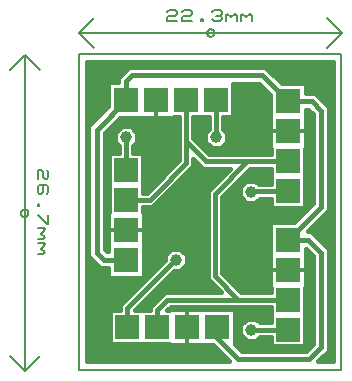
<source format=gbr>
G04 PROTEUS GERBER X2 FILE*
%TF.GenerationSoftware,Labcenter,Proteus,8.12-SP2-Build31155*%
%TF.CreationDate,2022-11-29T14:37:22+00:00*%
%TF.FileFunction,Copper,L2,Bot*%
%TF.FilePolarity,Positive*%
%TF.Part,Single*%
%TF.SameCoordinates,{cdb8bdd9-3100-4a82-a298-9d7ddda5625f}*%
%FSLAX45Y45*%
%MOMM*%
G01*
%TA.AperFunction,Conductor*%
%ADD10C,0.400000*%
%TA.AperFunction,ViaPad*%
%ADD11C,1.000000*%
%TA.AperFunction,Conductor*%
%ADD12C,0.304800*%
%TA.AperFunction,ComponentPad*%
%ADD13R,2.032000X2.032000*%
%TA.AperFunction,NonMaterial*%
%ADD14C,0.203200*%
%TA.AperFunction,Profile*%
%ADD15C,0.203200*%
%TD.AperFunction*%
G36*
X-2398260Y+1278260D02*
X-2522068Y+1278260D01*
X-2429521Y+1370807D01*
X-2429521Y+2229193D01*
X-2580807Y+2380479D01*
X-2609849Y+2380479D01*
X-2429521Y+2560807D01*
X-2429521Y+3429193D01*
X-2550807Y+3550479D01*
X-2627921Y+3550479D01*
X-2627921Y+3632079D01*
X-2832407Y+3632079D01*
X-2970807Y+3770479D01*
X-4129193Y+3770479D01*
X-4220479Y+3679193D01*
X-4220479Y+3642079D01*
X-4302079Y+3642079D01*
X-4302079Y+3437593D01*
X-4470479Y+3269193D01*
X-4470479Y+2170807D01*
X-4369193Y+2069521D01*
X-4302079Y+2069521D01*
X-4302079Y+1987921D01*
X-3997921Y+1987921D01*
X-3997921Y+2546079D01*
X-4008081Y+2546079D01*
X-4008081Y+2587681D01*
X-3927017Y+2587681D01*
X-3581681Y+2933017D01*
X-3581681Y+2996379D01*
X-3496983Y+2911681D01*
X-3269621Y+2911681D01*
X-3460319Y+2720983D01*
X-3460319Y+1975017D01*
X-3347621Y+1862319D01*
X-3822983Y+1862319D01*
X-3948319Y+1736983D01*
X-3948319Y+1711919D01*
X-4077324Y+1711919D01*
X-3742191Y+2047052D01*
X-3692850Y+2047052D01*
X-3638454Y+2101448D01*
X-3638454Y+2178374D01*
X-3692850Y+2232770D01*
X-3769776Y+2232770D01*
X-3824172Y+2178374D01*
X-3824172Y+2135675D01*
X-4202319Y+1757528D01*
X-4202319Y+1711919D01*
X-4283919Y+1711919D01*
X-4283919Y+1428081D01*
X-3786079Y+1428081D01*
X-3786079Y+1417921D01*
X-3417593Y+1417921D01*
X-3277932Y+1278260D01*
X-4481740Y+1278260D01*
X-4481740Y+3813480D01*
X-2398260Y+3813480D01*
X-2398260Y+1278260D01*
G37*
G36*
X-2932079Y+3532407D02*
X-2932079Y+3073921D01*
X-2921919Y+3073921D01*
X-2921919Y+3032319D01*
X-3447017Y+3032319D01*
X-3581681Y+3166983D01*
X-3581681Y+3348081D01*
X-3448643Y+3348081D01*
X-3448643Y+3247148D01*
X-3481183Y+3214608D01*
X-3481183Y+3137682D01*
X-3426787Y+3083286D01*
X-3349861Y+3083286D01*
X-3295465Y+3137682D01*
X-3295465Y+3214608D01*
X-3328005Y+3247148D01*
X-3328005Y+3348081D01*
X-3246081Y+3348081D01*
X-3246081Y+3629521D01*
X-3029193Y+3629521D01*
X-2932079Y+3532407D01*
G37*
G36*
X-2570479Y+3370807D02*
X-2570479Y+2619193D01*
X-2727593Y+2462079D01*
X-2932079Y+2462079D01*
X-2932079Y+1903921D01*
X-2921919Y+1903921D01*
X-2921919Y+1862319D01*
X-3177017Y+1862319D01*
X-3339681Y+2024983D01*
X-3339681Y+2671017D01*
X-3099017Y+2911681D01*
X-2921919Y+2911681D01*
X-2921919Y+2778319D01*
X-3024106Y+2778319D01*
X-3055026Y+2809239D01*
X-3131952Y+2809239D01*
X-3186348Y+2754843D01*
X-3186348Y+2677917D01*
X-3131952Y+2623521D01*
X-3055026Y+2623521D01*
X-3020866Y+2657681D01*
X-2921919Y+2657681D01*
X-2921919Y+2576081D01*
X-2638081Y+2576081D01*
X-2638081Y+3073921D01*
X-2627921Y+3073921D01*
X-2627921Y+3409521D01*
X-2609193Y+3409521D01*
X-2570479Y+3370807D01*
G37*
G36*
X-3702319Y+3180985D02*
X-3702319Y+2982983D01*
X-3976983Y+2708319D01*
X-4008081Y+2708319D01*
X-4008081Y+3043919D01*
X-4089681Y+3043919D01*
X-4089681Y+3105027D01*
X-4057868Y+3136840D01*
X-4057868Y+3213766D01*
X-4112264Y+3268162D01*
X-4189190Y+3268162D01*
X-4243586Y+3213766D01*
X-4243586Y+3136840D01*
X-4210319Y+3103573D01*
X-4210319Y+3043919D01*
X-4291919Y+3043919D01*
X-4291919Y+2546079D01*
X-4302079Y+2546079D01*
X-4302079Y+2210479D01*
X-4310807Y+2210479D01*
X-4329521Y+2229193D01*
X-4329521Y+3210807D01*
X-4202407Y+3337921D01*
X-3743921Y+3337921D01*
X-3743921Y+3348081D01*
X-3702319Y+3348081D01*
X-3702319Y+3180985D01*
G37*
G36*
X-2570479Y+2170807D02*
X-2570479Y+1429193D01*
X-2629193Y+1370479D01*
X-3170807Y+1370479D01*
X-3227921Y+1427593D01*
X-3227921Y+1722079D01*
X-3786079Y+1722079D01*
X-3786079Y+1711919D01*
X-3802779Y+1711919D01*
X-3773017Y+1741681D01*
X-2921919Y+1741681D01*
X-2921919Y+1608319D01*
X-3018997Y+1608319D01*
X-3051537Y+1640859D01*
X-3128463Y+1640859D01*
X-3182859Y+1586463D01*
X-3182859Y+1509537D01*
X-3128463Y+1455141D01*
X-3051537Y+1455141D01*
X-3018997Y+1487681D01*
X-2921919Y+1487681D01*
X-2921919Y+1406081D01*
X-2638081Y+1406081D01*
X-2638081Y+1903921D01*
X-2627921Y+1903921D01*
X-2627921Y+2228249D01*
X-2570479Y+2170807D01*
G37*
D10*
X-4150000Y+2140000D02*
X-4340000Y+2140000D01*
X-4400000Y+2200000D01*
X-4400000Y+3240000D01*
X-4150000Y+3490000D01*
X-4150000Y+3650000D01*
X-4100000Y+3700000D01*
X-3000000Y+3700000D01*
X-2780000Y+3480000D01*
X-2580000Y+3480000D01*
X-2500000Y+3400000D01*
X-2500000Y+2590000D01*
X-2780000Y+2310000D01*
X-2610000Y+2310000D01*
X-2500000Y+2200000D01*
X-2500000Y+1400000D01*
X-2600000Y+1300000D01*
X-3200000Y+1300000D01*
X-3380000Y+1480000D01*
X-3380000Y+1570000D01*
X-3202000Y+1802000D02*
X-3400000Y+2000000D01*
X-3400000Y+2696000D01*
X-3124000Y+2972000D01*
X-2780000Y+1802000D02*
X-3002000Y+1802000D01*
X-3202000Y+1802000D01*
X-3798000Y+1802000D01*
X-3800000Y+1800000D01*
X-3888000Y+1712000D01*
X-3888000Y+1570000D01*
X-3124000Y+2972000D02*
X-2780000Y+2972000D01*
X-4150000Y+2648000D02*
X-3952000Y+2648000D01*
X-3900000Y+2700000D01*
X-3642000Y+2958000D01*
X-3642000Y+3142000D01*
X-3642000Y+3156000D01*
X-3642000Y+3490000D01*
X-3642000Y+3142000D02*
X-3472000Y+2972000D01*
X-3124000Y+2972000D01*
X-4150000Y+2902000D02*
X-4150000Y+3174576D01*
X-4150727Y+3175303D01*
X-3388324Y+3176145D02*
X-3388324Y+3489676D01*
X-3388000Y+3490000D01*
X-2780000Y+1548000D02*
X-3090000Y+1548000D01*
X-4142000Y+1570000D02*
X-4142000Y+1732545D01*
X-3734634Y+2139911D01*
X-3731313Y+2139911D01*
X-2780000Y+2718000D02*
X-3091869Y+2718000D01*
X-3093489Y+2716380D01*
D11*
X-4150727Y+3175303D03*
X-3090000Y+1548000D03*
X-3731313Y+2139911D03*
X-3388324Y+3176145D03*
X-3093489Y+2716380D03*
D10*
X-2398260Y+1278260D02*
X-2522068Y+1278260D01*
X-2429521Y+1370807D01*
X-2429521Y+2229193D01*
X-2580807Y+2380479D01*
X-2609849Y+2380479D01*
X-2429521Y+2560807D01*
X-2429521Y+3429193D01*
X-2550807Y+3550479D01*
X-2627921Y+3550479D01*
X-2627921Y+3632079D01*
X-2832407Y+3632079D01*
X-2970807Y+3770479D01*
X-4129193Y+3770479D01*
X-4220479Y+3679193D01*
X-4220479Y+3642079D01*
X-4302079Y+3642079D01*
X-4302079Y+3437593D01*
X-4470479Y+3269193D01*
X-4470479Y+2170807D01*
X-4369193Y+2069521D01*
X-4302079Y+2069521D01*
X-4302079Y+1987921D01*
X-3997921Y+1987921D01*
X-3997921Y+2546079D01*
X-4008081Y+2546079D01*
X-4008081Y+2587681D01*
X-3927017Y+2587681D01*
X-3581681Y+2933017D01*
X-3581681Y+2996379D01*
X-3496983Y+2911681D01*
X-3269621Y+2911681D01*
X-3460319Y+2720983D01*
X-3460319Y+1975017D01*
X-3347621Y+1862319D01*
X-3822983Y+1862319D01*
X-3948319Y+1736983D01*
X-3948319Y+1711919D01*
X-4077324Y+1711919D01*
X-3742191Y+2047052D01*
X-3692850Y+2047052D01*
X-3638454Y+2101448D01*
X-3638454Y+2178374D01*
X-3692850Y+2232770D01*
X-3769776Y+2232770D01*
X-3824172Y+2178374D01*
X-3824172Y+2135675D01*
X-4202319Y+1757528D01*
X-4202319Y+1711919D01*
X-4283919Y+1711919D01*
X-4283919Y+1428081D01*
X-3786079Y+1428081D01*
X-3786079Y+1417921D01*
X-3417593Y+1417921D01*
X-3277932Y+1278260D01*
X-4481740Y+1278260D01*
X-4481740Y+3813480D01*
X-2398260Y+3813480D01*
X-2398260Y+1278260D01*
X-2932079Y+3532407D02*
X-2932079Y+3073921D01*
X-2921919Y+3073921D01*
X-2921919Y+3032319D01*
X-3447017Y+3032319D01*
X-3581681Y+3166983D01*
X-3581681Y+3348081D01*
X-3448643Y+3348081D01*
X-3448643Y+3247148D01*
X-3481183Y+3214608D01*
X-3481183Y+3137682D01*
X-3426787Y+3083286D01*
X-3349861Y+3083286D01*
X-3295465Y+3137682D01*
X-3295465Y+3214608D01*
X-3328005Y+3247148D01*
X-3328005Y+3348081D01*
X-3246081Y+3348081D01*
X-3246081Y+3629521D01*
X-3029193Y+3629521D01*
X-2932079Y+3532407D01*
X-2570479Y+3370807D02*
X-2570479Y+2619193D01*
X-2727593Y+2462079D01*
X-2932079Y+2462079D01*
X-2932079Y+1903921D01*
X-2921919Y+1903921D01*
X-2921919Y+1862319D01*
X-3177017Y+1862319D01*
X-3339681Y+2024983D01*
X-3339681Y+2671017D01*
X-3099017Y+2911681D01*
X-2921919Y+2911681D01*
X-2921919Y+2778319D01*
X-3024106Y+2778319D01*
X-3055026Y+2809239D01*
X-3131952Y+2809239D01*
X-3186348Y+2754843D01*
X-3186348Y+2677917D01*
X-3131952Y+2623521D01*
X-3055026Y+2623521D01*
X-3020866Y+2657681D01*
X-2921919Y+2657681D01*
X-2921919Y+2576081D01*
X-2638081Y+2576081D01*
X-2638081Y+3073921D01*
X-2627921Y+3073921D01*
X-2627921Y+3409521D01*
X-2609193Y+3409521D01*
X-2570479Y+3370807D01*
X-3702319Y+3180985D02*
X-3702319Y+2982983D01*
X-3976983Y+2708319D01*
X-4008081Y+2708319D01*
X-4008081Y+3043919D01*
X-4089681Y+3043919D01*
X-4089681Y+3105027D01*
X-4057868Y+3136840D01*
X-4057868Y+3213766D01*
X-4112264Y+3268162D01*
X-4189190Y+3268162D01*
X-4243586Y+3213766D01*
X-4243586Y+3136840D01*
X-4210319Y+3103573D01*
X-4210319Y+3043919D01*
X-4291919Y+3043919D01*
X-4291919Y+2546079D01*
X-4302079Y+2546079D01*
X-4302079Y+2210479D01*
X-4310807Y+2210479D01*
X-4329521Y+2229193D01*
X-4329521Y+3210807D01*
X-4202407Y+3337921D01*
X-3743921Y+3337921D01*
X-3743921Y+3348081D01*
X-3702319Y+3348081D01*
X-3702319Y+3180985D01*
X-2570479Y+2170807D02*
X-2570479Y+1429193D01*
X-2629193Y+1370479D01*
X-3170807Y+1370479D01*
X-3227921Y+1427593D01*
X-3227921Y+1722079D01*
X-3786079Y+1722079D01*
X-3786079Y+1711919D01*
X-3802779Y+1711919D01*
X-3773017Y+1741681D01*
X-2921919Y+1741681D01*
X-2921919Y+1608319D01*
X-3018997Y+1608319D01*
X-3051537Y+1640859D01*
X-3128463Y+1640859D01*
X-3182859Y+1586463D01*
X-3182859Y+1509537D01*
X-3128463Y+1455141D01*
X-3051537Y+1455141D01*
X-3018997Y+1487681D01*
X-2921919Y+1487681D01*
X-2921919Y+1406081D01*
X-2638081Y+1406081D01*
X-2638081Y+1903921D01*
X-2627921Y+1903921D01*
X-2627921Y+2228249D01*
X-2570479Y+2170807D01*
D12*
X-3997921Y+2394000D02*
X-4150000Y+2394000D01*
X-4302079Y+2394000D02*
X-4150000Y+2394000D01*
X-3896000Y+3337921D02*
X-3896000Y+3490000D01*
X-2932079Y+3226000D02*
X-2780000Y+3226000D01*
X-2627921Y+3226000D02*
X-2780000Y+3226000D01*
X-2932079Y+2056000D02*
X-2780000Y+2056000D01*
X-2627921Y+2056000D02*
X-2780000Y+2056000D01*
X-3634000Y+1722079D02*
X-3634000Y+1570000D01*
X-3634000Y+1417921D02*
X-3634000Y+1570000D01*
D13*
X-4150000Y+2140000D03*
X-4150000Y+2394000D03*
X-4150000Y+2648000D03*
X-4150000Y+2902000D03*
X-4150000Y+3490000D03*
X-3896000Y+3490000D03*
X-3642000Y+3490000D03*
X-3388000Y+3490000D03*
X-2780000Y+3480000D03*
X-2780000Y+3226000D03*
X-2780000Y+2972000D03*
X-2780000Y+2718000D03*
X-2780000Y+2310000D03*
X-2780000Y+2056000D03*
X-2780000Y+1802000D03*
X-2780000Y+1548000D03*
X-3380000Y+1570000D03*
X-3634000Y+1570000D03*
X-3888000Y+1570000D03*
X-4142000Y+1570000D03*
D14*
X-4550000Y+4060000D02*
X-2320000Y+4060000D01*
X-4550000Y+4060000D02*
X-4423000Y+3933000D01*
X-4550000Y+4060000D02*
X-4423000Y+4187000D01*
X-2320000Y+4060000D02*
X-2447000Y+4187000D01*
X-2320000Y+4060000D02*
X-2447000Y+3933000D01*
X-3403250Y+4060000D02*
X-3403359Y+4062634D01*
X-3404249Y+4067903D01*
X-3406111Y+4073172D01*
X-3409154Y+4078441D01*
X-3413809Y+4083643D01*
X-3419078Y+4087469D01*
X-3424347Y+4089909D01*
X-3429616Y+4091290D01*
X-3434885Y+4091750D01*
X-3435000Y+4091750D01*
X-3466750Y+4060000D02*
X-3466641Y+4062634D01*
X-3465751Y+4067903D01*
X-3463889Y+4073172D01*
X-3460846Y+4078441D01*
X-3456191Y+4083643D01*
X-3450922Y+4087469D01*
X-3445653Y+4089909D01*
X-3440384Y+4091290D01*
X-3435115Y+4091750D01*
X-3435000Y+4091750D01*
X-3466750Y+4060000D02*
X-3466641Y+4057366D01*
X-3465751Y+4052097D01*
X-3463889Y+4046828D01*
X-3460846Y+4041559D01*
X-3456191Y+4036357D01*
X-3450922Y+4032531D01*
X-3445653Y+4030091D01*
X-3440384Y+4028710D01*
X-3435115Y+4028250D01*
X-3435000Y+4028250D01*
X-3403250Y+4060000D02*
X-3403359Y+4057366D01*
X-3404249Y+4052097D01*
X-3406111Y+4046828D01*
X-3409154Y+4041559D01*
X-3413809Y+4036357D01*
X-3419078Y+4032531D01*
X-3424347Y+4030091D01*
X-3429616Y+4028710D01*
X-3434885Y+4028250D01*
X-3435000Y+4028250D01*
X-3800125Y+4236840D02*
X-3784250Y+4252080D01*
X-3736625Y+4252080D01*
X-3720750Y+4236840D01*
X-3720750Y+4221600D01*
X-3736625Y+4206360D01*
X-3784250Y+4206360D01*
X-3800125Y+4191120D01*
X-3800125Y+4160640D01*
X-3720750Y+4160640D01*
X-3673125Y+4236840D02*
X-3657250Y+4252080D01*
X-3609625Y+4252080D01*
X-3593750Y+4236840D01*
X-3593750Y+4221600D01*
X-3609625Y+4206360D01*
X-3657250Y+4206360D01*
X-3673125Y+4191120D01*
X-3673125Y+4160640D01*
X-3593750Y+4160640D01*
X-3514375Y+4175880D02*
X-3498500Y+4175880D01*
X-3498500Y+4160640D01*
X-3514375Y+4160640D01*
X-3514375Y+4175880D01*
X-3419125Y+4236840D02*
X-3403250Y+4252080D01*
X-3355625Y+4252080D01*
X-3339750Y+4236840D01*
X-3339750Y+4221600D01*
X-3355625Y+4206360D01*
X-3339750Y+4191120D01*
X-3339750Y+4175880D01*
X-3355625Y+4160640D01*
X-3403250Y+4160640D01*
X-3419125Y+4175880D01*
X-3387375Y+4206360D02*
X-3355625Y+4206360D01*
X-3308000Y+4160640D02*
X-3308000Y+4221600D01*
X-3308000Y+4206360D02*
X-3292125Y+4221600D01*
X-3260375Y+4191120D01*
X-3228625Y+4221600D01*
X-3212750Y+4206360D01*
X-3212750Y+4160640D01*
X-3181000Y+4160640D02*
X-3181000Y+4221600D01*
X-3181000Y+4206360D02*
X-3165125Y+4221600D01*
X-3133375Y+4191120D01*
X-3101625Y+4221600D01*
X-3085750Y+4206360D01*
X-3085750Y+4160640D01*
X-5010000Y+3870000D02*
X-5010000Y+1200000D01*
X-5010000Y+3870000D02*
X-5137000Y+3743000D01*
X-5010000Y+3870000D02*
X-4883000Y+3743000D01*
X-5010000Y+1200000D02*
X-4883000Y+1327000D01*
X-5010000Y+1200000D02*
X-5137000Y+1327000D01*
X-4978250Y+2535000D02*
X-4978359Y+2537634D01*
X-4979249Y+2542903D01*
X-4981111Y+2548172D01*
X-4984154Y+2553441D01*
X-4988809Y+2558643D01*
X-4994078Y+2562469D01*
X-4999347Y+2564909D01*
X-5004616Y+2566290D01*
X-5009885Y+2566750D01*
X-5010000Y+2566750D01*
X-5041750Y+2535000D02*
X-5041641Y+2537634D01*
X-5040751Y+2542903D01*
X-5038889Y+2548172D01*
X-5035846Y+2553441D01*
X-5031191Y+2558643D01*
X-5025922Y+2562469D01*
X-5020653Y+2564909D01*
X-5015384Y+2566290D01*
X-5010115Y+2566750D01*
X-5010000Y+2566750D01*
X-5041750Y+2535000D02*
X-5041641Y+2532366D01*
X-5040751Y+2527097D01*
X-5038889Y+2521828D01*
X-5035846Y+2516559D01*
X-5031191Y+2511357D01*
X-5025922Y+2507531D01*
X-5020653Y+2505091D01*
X-5015384Y+2503710D01*
X-5010115Y+2503250D01*
X-5010000Y+2503250D01*
X-4978250Y+2535000D02*
X-4978359Y+2532366D01*
X-4979249Y+2527097D01*
X-4981111Y+2521828D01*
X-4984154Y+2516559D01*
X-4988809Y+2511357D01*
X-4994078Y+2507531D01*
X-4999347Y+2505091D01*
X-5004616Y+2503710D01*
X-5009885Y+2503250D01*
X-5010000Y+2503250D01*
X-4823160Y+2900125D02*
X-4807920Y+2884250D01*
X-4807920Y+2836625D01*
X-4823160Y+2820750D01*
X-4838400Y+2820750D01*
X-4853640Y+2836625D01*
X-4853640Y+2884250D01*
X-4868880Y+2900125D01*
X-4899360Y+2900125D01*
X-4899360Y+2820750D01*
X-4823160Y+2693750D02*
X-4807920Y+2709625D01*
X-4807920Y+2757250D01*
X-4823160Y+2773125D01*
X-4884120Y+2773125D01*
X-4899360Y+2757250D01*
X-4899360Y+2709625D01*
X-4884120Y+2693750D01*
X-4868880Y+2693750D01*
X-4853640Y+2709625D01*
X-4853640Y+2773125D01*
X-4884120Y+2614375D02*
X-4884120Y+2598500D01*
X-4899360Y+2598500D01*
X-4899360Y+2614375D01*
X-4884120Y+2614375D01*
X-4807920Y+2519125D02*
X-4807920Y+2439750D01*
X-4823160Y+2439750D01*
X-4899360Y+2519125D01*
X-4899360Y+2408000D02*
X-4838400Y+2408000D01*
X-4853640Y+2408000D02*
X-4838400Y+2392125D01*
X-4868880Y+2360375D01*
X-4838400Y+2328625D01*
X-4853640Y+2312750D01*
X-4899360Y+2312750D01*
X-4899360Y+2281000D02*
X-4838400Y+2281000D01*
X-4853640Y+2281000D02*
X-4838400Y+2265125D01*
X-4868880Y+2233375D01*
X-4838400Y+2201625D01*
X-4853640Y+2185750D01*
X-4899360Y+2185750D01*
D15*
X-4550000Y+1210000D02*
X-2330000Y+1210000D01*
X-2330000Y+3881740D01*
X-4550000Y+3881740D01*
X-4550000Y+1210000D01*
M02*

</source>
